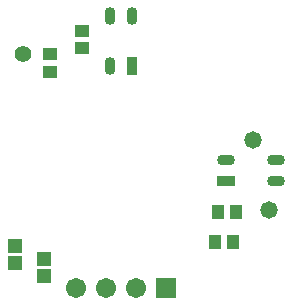
<source format=gts>
G04 Layer_Color=8388736*
%FSLAX25Y25*%
%MOIN*%
G70*
G01*
G75*
%ADD24R,0.03950X0.04934*%
%ADD25O,0.05918X0.03556*%
%ADD26R,0.05918X0.03556*%
%ADD27R,0.04934X0.03950*%
%ADD28R,0.05131X0.04737*%
%ADD29O,0.03556X0.05918*%
%ADD30R,0.03556X0.05918*%
%ADD31C,0.06706*%
%ADD32R,0.06706X0.06706*%
%ADD33C,0.05800*%
%ADD34C,0.05524*%
D24*
X104331Y45276D02*
D03*
X110236D02*
D03*
X105315Y55118D02*
D03*
X111221D02*
D03*
D25*
X124409Y65354D02*
D03*
Y72441D02*
D03*
X107874D02*
D03*
D26*
Y65354D02*
D03*
D27*
X59842Y109646D02*
D03*
Y115551D02*
D03*
X49213Y107677D02*
D03*
Y101772D02*
D03*
D28*
X47244Y39469D02*
D03*
Y33760D02*
D03*
X37402Y43799D02*
D03*
Y38091D02*
D03*
D29*
X76378Y120472D02*
D03*
X69291D02*
D03*
Y103937D02*
D03*
D30*
X76378D02*
D03*
D31*
X57717Y29921D02*
D03*
X67716D02*
D03*
X77716D02*
D03*
D32*
X87717D02*
D03*
D33*
X116929Y79134D02*
D03*
X122047Y55905D02*
D03*
D34*
X40354Y107677D02*
D03*
M02*

</source>
